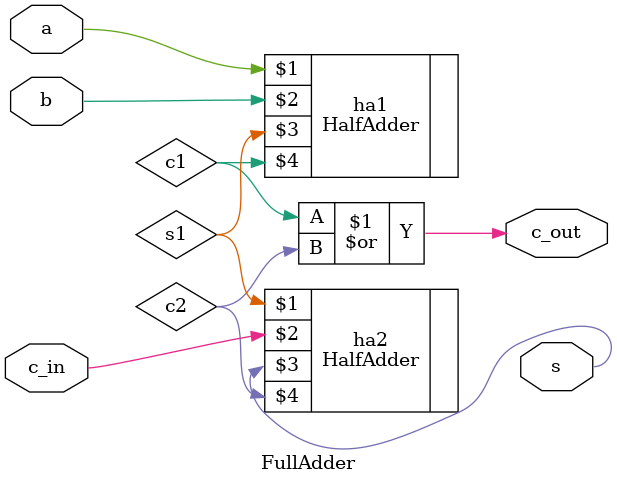
<source format=sv>
module FullAdder (input logic a, 
                              b, 
                              c_in,

                  output logic s, 
                               c_out    );

    logic s1, c1, c2;

    //Benennung der HA-Instanzen wie in Lecture 6, Slide 15.
    HalfAdder ha1(a, b, s1, c1);
    HalfAdder ha2(s1, c_in, s, c2);

    or c_out_or(c_out, c1, c2);

endmodule
</source>
